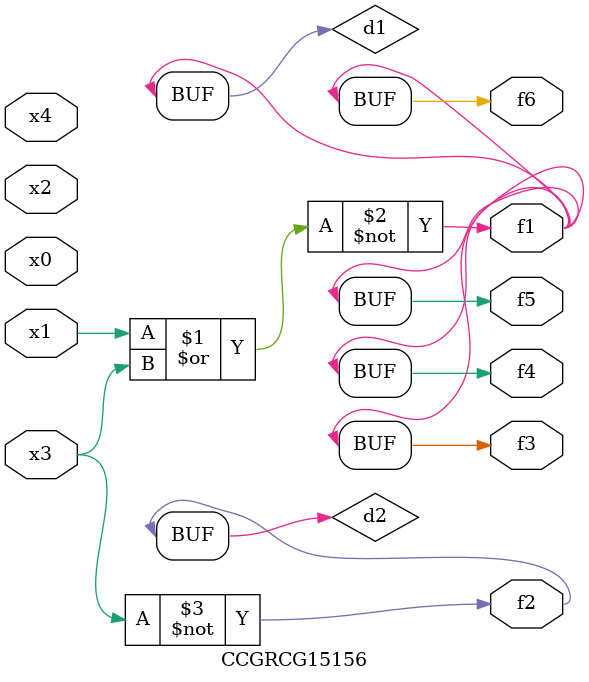
<source format=v>
module CCGRCG15156(
	input x0, x1, x2, x3, x4,
	output f1, f2, f3, f4, f5, f6
);

	wire d1, d2;

	nor (d1, x1, x3);
	not (d2, x3);
	assign f1 = d1;
	assign f2 = d2;
	assign f3 = d1;
	assign f4 = d1;
	assign f5 = d1;
	assign f6 = d1;
endmodule

</source>
